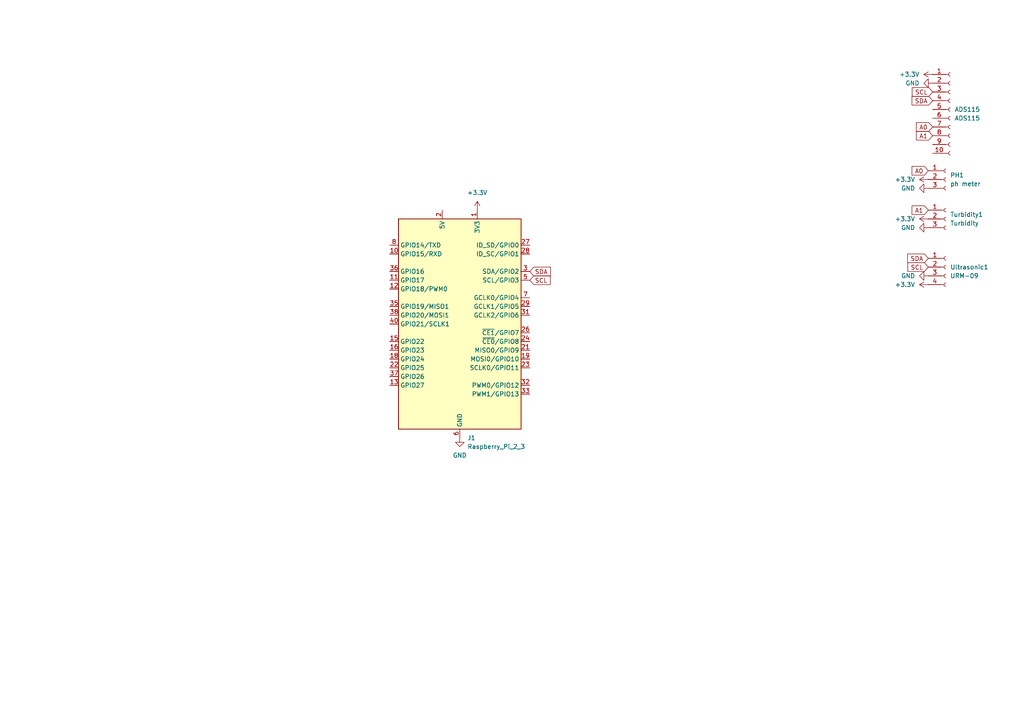
<source format=kicad_sch>
(kicad_sch (version 20231120) (generator "eeschema") (generator_version "8.0")
  (paper "A4")
  (lib_symbols
    (symbol "Connector:Conn_01x03_Socket" (pin_names (offset 1.016) hide)
      (property "Reference" "J" (at 0 5.08 0))
      (property "Value" "Conn_01x03_Socket" (at 0 -5.08 0))
      (symbol "Conn_01x03_Socket_1_1"
        (arc (start 0 -2.032) (mid -0.5058 -2.54) (end 0 -3.048) (stroke (width 0.1524)))
        (polyline (pts (xy -1.27 -2.54) (xy -0.508 -2.54)) (stroke (width 0.1524)))
        (polyline (pts (xy -1.27 0) (xy -0.508 0)) (stroke (width 0.1524)))
        (polyline (pts (xy -1.27 2.54) (xy -0.508 2.54)) (stroke (width 0.1524)))
        (arc (start 0 0.508) (mid -0.5058 0) (end 0 -0.508) (stroke (width 0.1524)))
        (arc (start 0 3.048) (mid -0.5058 2.54) (end 0 2.032) (stroke (width 0.1524)))
        (pin passive line (at -5.08 2.54 0) (length 3.81) (name "Pin_1") (number "1"))
        (pin passive line (at -5.08 0 0) (length 3.81) (name "Pin_2") (number "2"))
        (pin passive line (at -5.08 -2.54 0) (length 3.81) (name "Pin_3") (number "3"))
      )
    )
    (symbol "Connector:Conn_01x04_Socket" (pin_names (offset 1.016) hide)
      (property "Reference" "J" (at 0 5.08 0))
      (property "Value" "Conn_01x04_Socket" (at 0 -7.62 0))
      (symbol "Conn_01x04_Socket_1_1"
        (arc (start 0 -4.572) (mid -0.5058 -5.08) (end 0 -5.588) (stroke (width 0.1524)))
        (arc (start 0 -2.032) (mid -0.5058 -2.54) (end 0 -3.048) (stroke (width 0.1524)))
        (polyline (pts (xy -1.27 -5.08) (xy -0.508 -5.08)) (stroke (width 0.1524)))
        (polyline (pts (xy -1.27 -2.54) (xy -0.508 -2.54)) (stroke (width 0.1524)))
        (polyline (pts (xy -1.27 0) (xy -0.508 0)) (stroke (width 0.1524)))
        (polyline (pts (xy -1.27 2.54) (xy -0.508 2.54)) (stroke (width 0.1524)))
        (arc (start 0 0.508) (mid -0.5058 0) (end 0 -0.508) (stroke (width 0.1524)))
        (arc (start 0 3.048) (mid -0.5058 2.54) (end 0 2.032) (stroke (width 0.1524)))
        (pin passive line (at -5.08 2.54 0) (length 3.81) (name "Pin_1") (number "1"))
        (pin passive line (at -5.08 0 0) (length 3.81) (name "Pin_2") (number "2"))
        (pin passive line (at -5.08 -2.54 0) (length 3.81) (name "Pin_3") (number "3"))
        (pin passive line (at -5.08 -5.08 0) (length 3.81) (name "Pin_4") (number "4"))
      )
    )
    (symbol "Connector:Conn_01x10_Socket" (pin_names (offset 1.016) hide)
      (property "Reference" "J" (at 0 12.7 0))
      (property "Value" "Conn_01x10_Socket" (at 0 -15.24 0))
      (symbol "Conn_01x10_Socket_1_1"
        (arc (start 0 -12.192) (mid -0.5058 -12.7) (end 0 -13.208) (stroke (width 0.1524)))
        (arc (start 0 -9.652) (mid -0.5058 -10.16) (end 0 -10.668) (stroke (width 0.1524)))
        (arc (start 0 -7.112) (mid -0.5058 -7.62) (end 0 -8.128) (stroke (width 0.1524)))
        (arc (start 0 -4.572) (mid -0.5058 -5.08) (end 0 -5.588) (stroke (width 0.1524)))
        (arc (start 0 -2.032) (mid -0.5058 -2.54) (end 0 -3.048) (stroke (width 0.1524)))
        (polyline (pts (xy -1.27 -12.7) (xy -0.508 -12.7)) (stroke (width 0.1524)))
        (polyline (pts (xy -1.27 -10.16) (xy -0.508 -10.16)) (stroke (width 0.1524)))
        (polyline (pts (xy -1.27 -7.62) (xy -0.508 -7.62)) (stroke (width 0.1524)))
        (polyline (pts (xy -1.27 -5.08) (xy -0.508 -5.08)) (stroke (width 0.1524)))
        (polyline (pts (xy -1.27 -2.54) (xy -0.508 -2.54)) (stroke (width 0.1524)))
        (polyline (pts (xy -1.27 0) (xy -0.508 0)) (stroke (width 0.1524)))
        (polyline (pts (xy -1.27 2.54) (xy -0.508 2.54)) (stroke (width 0.1524)))
        (polyline (pts (xy -1.27 5.08) (xy -0.508 5.08)) (stroke (width 0.1524)))
        (polyline (pts (xy -1.27 7.62) (xy -0.508 7.62)) (stroke (width 0.1524)))
        (polyline (pts (xy -1.27 10.16) (xy -0.508 10.16)) (stroke (width 0.1524)))
        (arc (start 0 0.508) (mid -0.5058 0) (end 0 -0.508) (stroke (width 0.1524)))
        (arc (start 0 3.048) (mid -0.5058 2.54) (end 0 2.032) (stroke (width 0.1524)))
        (arc (start 0 5.588) (mid -0.5058 5.08) (end 0 4.572) (stroke (width 0.1524)))
        (arc (start 0 8.128) (mid -0.5058 7.62) (end 0 7.112) (stroke (width 0.1524)))
        (arc (start 0 10.668) (mid -0.5058 10.16) (end 0 9.652) (stroke (width 0.1524)))
        (pin passive line (at -5.08 10.16 0) (length 3.81) (name "Pin_1") (number "1"))
        (pin passive line (at -5.08 -12.7 0) (length 3.81) (name "Pin_10") (number "10"))
        (pin passive line (at -5.08 7.62 0) (length 3.81) (name "Pin_2") (number "2"))
        (pin passive line (at -5.08 5.08 0) (length 3.81) (name "Pin_3") (number "3"))
        (pin passive line (at -5.08 2.54 0) (length 3.81) (name "Pin_4") (number "4"))
        (pin passive line (at -5.08 0 0) (length 3.81) (name "Pin_5") (number "5"))
        (pin passive line (at -5.08 -2.54 0) (length 3.81) (name "Pin_6") (number "6"))
        (pin passive line (at -5.08 -5.08 0) (length 3.81) (name "Pin_7") (number "7"))
        (pin passive line (at -5.08 -7.62 0) (length 3.81) (name "Pin_8") (number "8"))
        (pin passive line (at -5.08 -10.16 0) (length 3.81) (name "Pin_9") (number "9"))
      )
    )
    (symbol "Connector:Raspberry_Pi_2_3"
      (property "Reference" "J" (at -17.78 31.75 0))
      (property "Value" "Raspberry_Pi_2_3" (at 10.16 -31.75 0))
      (symbol "Raspberry_Pi_2_3_0_1"
        (rectangle (start -17.78 30.48) (end 17.78 -30.48) (stroke (width 0.254)) (fill (type background)))
      )
      (symbol "Raspberry_Pi_2_3_1_1"
        (pin power_in line (at 5.08 33.02 270) (length 2.54) (name "3V3") (number "1"))
        (pin bidirectional line (at -20.32 20.32 0) (length 2.54) (name "GPIO15/RXD") (number "10"))
        (pin bidirectional line (at -20.32 12.7 0) (length 2.54) (name "GPIO17") (number "11"))
        (pin bidirectional line (at -20.32 10.16 0) (length 2.54) (name "GPIO18/PWM0") (number "12"))
        (pin bidirectional line (at -20.32 -17.78 0) (length 2.54) (name "GPIO27") (number "13"))
        (pin passive line (at 0 -33.02 90) (length 2.54) hide (name "GND") (number "14"))
        (pin bidirectional line (at -20.32 -5.08 0) (length 2.54) (name "GPIO22") (number "15"))
        (pin bidirectional line (at -20.32 -7.62 0) (length 2.54) (name "GPIO23") (number "16"))
        (pin passive line (at 5.08 33.02 270) (length 2.54) hide (name "3V3") (number "17"))
        (pin bidirectional line (at -20.32 -10.16 0) (length 2.54) (name "GPIO24") (number "18"))
        (pin bidirectional line (at 20.32 -10.16 180) (length 2.54) (name "MOSI0/GPIO10") (number "19"))
        (pin power_in line (at -5.08 33.02 270) (length 2.54) (name "5V") (number "2"))
        (pin passive line (at 0 -33.02 90) (length 2.54) hide (name "GND") (number "20"))
        (pin bidirectional line (at 20.32 -7.62 180) (length 2.54) (name "MISO0/GPIO9") (number "21"))
        (pin bidirectional line (at -20.32 -12.7 0) (length 2.54) (name "GPIO25") (number "22"))
        (pin bidirectional line (at 20.32 -12.7 180) (length 2.54) (name "SCLK0/GPIO11") (number "23"))
        (pin bidirectional line (at 20.32 -5.08 180) (length 2.54) (name "~{CE0}/GPIO8") (number "24"))
        (pin passive line (at 0 -33.02 90) (length 2.54) hide (name "GND") (number "25"))
        (pin bidirectional line (at 20.32 -2.54 180) (length 2.54) (name "~{CE1}/GPIO7") (number "26"))
        (pin bidirectional line (at 20.32 22.86 180) (length 2.54) (name "ID_SD/GPIO0") (number "27"))
        (pin bidirectional line (at 20.32 20.32 180) (length 2.54) (name "ID_SC/GPIO1") (number "28"))
        (pin bidirectional line (at 20.32 5.08 180) (length 2.54) (name "GCLK1/GPIO5") (number "29"))
        (pin bidirectional line (at 20.32 15.24 180) (length 2.54) (name "SDA/GPIO2") (number "3"))
        (pin passive line (at 0 -33.02 90) (length 2.54) hide (name "GND") (number "30"))
        (pin bidirectional line (at 20.32 2.54 180) (length 2.54) (name "GCLK2/GPIO6") (number "31"))
        (pin bidirectional line (at 20.32 -17.78 180) (length 2.54) (name "PWM0/GPIO12") (number "32"))
        (pin bidirectional line (at 20.32 -20.32 180) (length 2.54) (name "PWM1/GPIO13") (number "33"))
        (pin passive line (at 0 -33.02 90) (length 2.54) hide (name "GND") (number "34"))
        (pin bidirectional line (at -20.32 5.08 0) (length 2.54) (name "GPIO19/MISO1") (number "35"))
        (pin bidirectional line (at -20.32 15.24 0) (length 2.54) (name "GPIO16") (number "36"))
        (pin bidirectional line (at -20.32 -15.24 0) (length 2.54) (name "GPIO26") (number "37"))
        (pin bidirectional line (at -20.32 2.54 0) (length 2.54) (name "GPIO20/MOSI1") (number "38"))
        (pin passive line (at 0 -33.02 90) (length 2.54) hide (name "GND") (number "39"))
        (pin passive line (at -5.08 33.02 270) (length 2.54) hide (name "5V") (number "4"))
        (pin bidirectional line (at -20.32 0 0) (length 2.54) (name "GPIO21/SCLK1") (number "40"))
        (pin bidirectional line (at 20.32 12.7 180) (length 2.54) (name "SCL/GPIO3") (number "5"))
        (pin power_in line (at 0 -33.02 90) (length 2.54) (name "GND") (number "6"))
        (pin bidirectional line (at 20.32 7.62 180) (length 2.54) (name "GCLK0/GPIO4") (number "7"))
        (pin bidirectional line (at -20.32 22.86 0) (length 2.54) (name "GPIO14/TXD") (number "8"))
        (pin passive line (at 0 -33.02 90) (length 2.54) hide (name "GND") (number "9"))
      )
    )
    (symbol "power:+3.3V" (power) (pin_numbers hide) (pin_names (offset 0) hide)
      (property "Value" "+3.3V" (at 0 3.556 0))
      (symbol "+3.3V_0_1"
        (polyline (pts (xy -0.762 1.27) (xy 0 2.54)))
        (polyline (pts (xy 0 0) (xy 0 2.54)))
        (polyline (pts (xy 0 2.54) (xy 0.762 1.27)))
      )
      (symbol "+3.3V_1_1"
        (pin power_in line (at 0 0 90) (length 0) (name "~") (number "1"))
      )
    )
    (symbol "power:GND" (power) (pin_numbers hide) (pin_names (offset 0) hide)
      (property "Value" "GND" (at 0 -3.81 0))
      (symbol "GND_0_1"
        (polyline (pts (xy 0 0) (xy 0 -1.27) (xy 1.27 -1.27) (xy 0 -2.54) (xy -1.27 -1.27) (xy 0 -1.27)))
      )
      (symbol "GND_1_1"
        (pin power_in line (at 0 0 270) (length 0) (name "~") (number "1"))
      )
    )
  )
  (global_label "SCL" (shape input) (at 153.67 81.28 0) (property "Intersheetrefs" "${INTERSHEET_REFS}" (effects (hide yes))))
  (global_label "A1" (shape input) (at 269.24 60.96 180) (property "Intersheetrefs" "${INTERSHEET_REFS}" (effects (hide yes))))
  (global_label "SCL" (shape input) (at 270.51 26.67 180) (property "Intersheetrefs" "${INTERSHEET_REFS}" (effects (hide yes))))
  (global_label "SDA" (shape input) (at 270.51 29.21 180) (property "Intersheetrefs" "${INTERSHEET_REFS}" (effects (hide yes))))
  (global_label "SDA" (shape input) (at 269.24 74.93 180) (property "Intersheetrefs" "${INTERSHEET_REFS}" (effects (hide yes))))
  (global_label "SCL" (shape input) (at 269.24 77.47 180) (property "Intersheetrefs" "${INTERSHEET_REFS}" (effects (hide yes))))
  (global_label "A0" (shape input) (at 270.51 36.83 180) (property "Intersheetrefs" "${INTERSHEET_REFS}" (effects (hide yes))))
  (global_label "SDA" (shape input) (at 153.67 78.74 0) (property "Intersheetrefs" "${INTERSHEET_REFS}" (effects (hide yes))))
  (global_label "A1" (shape input) (at 270.51 39.37 180) (property "Intersheetrefs" "${INTERSHEET_REFS}" (effects (hide yes))))
  (global_label "A0" (shape input) (at 269.24 49.53 180) (property "Intersheetrefs" "${INTERSHEET_REFS}" (effects (hide yes))))
  (symbol (lib_id "power:+3.3V") (at 138.43 60.96 0) (unit 1)
    (property "Reference" "#PWR02" (effects (hide yes)))
    (property "Value" "+3.3V" (at 138.43 55.88 0))
    (property "Description" "Power symbol creates a global label with name \"+3.3V\"" (effects (hide yes)))
  )
  (symbol (lib_id "power:GND") (at 269.24 80.01 270) (unit 1)
    (property "Reference" "#PWR010" (effects (hide yes)))
    (property "Value" "GND" (at 265.43 80.0099 90) (effects (justify right)))
    (property "Description" "Power symbol creates a global label with name \"GND\" , ground" (effects (hide yes)))
  )
  (symbol (lib_id "power:GND") (at 270.51 24.13 270) (unit 1)
    (property "Reference" "#PWR03" (effects (hide yes)))
    (property "Value" "GND" (at 266.7 24.1299 90) (effects (justify right)))
    (property "Description" "Power symbol creates a global label with name \"GND\" , ground" (effects (hide yes)))
  )
  (symbol (lib_id "Connector:Raspberry_Pi_2_3") (at 133.35 93.98 0) (unit 1)
    (property "Reference" "J1" (at 135.5441 127 0) (effects (justify left)))
    (property "Value" "Raspberry_Pi_2_3" (at 135.5441 129.54 0) (effects (justify left)))
    (property "Footprint" "Connector_PinHeader_2.54mm:PinHeader_2x20_P2.54mm_Vertical" (effects (hide yes)))
    (property "Datasheet" "https://www.raspberrypi.org/documentation/hardware/raspberrypi/schematics/rpi_SCH_3bplus_1p0_reduced.pdf" (effects (hide yes)))
    (property "Description" "expansion header for Raspberry Pi 2 & 3" (effects (hide yes)))
  )
  (symbol (lib_id "power:GND") (at 133.35 127 0) (unit 1)
    (property "Reference" "#PWR04" (effects (hide yes)))
    (property "Value" "GND" (at 133.35 132.08 0))
    (property "Description" "Power symbol creates a global label with name \"GND\" , ground" (effects (hide yes)))
  )
  (symbol (lib_id "Connector:Conn_01x03_Socket") (at 274.32 63.5 0) (unit 1)
    (property "Reference" "Turbidity1" (at 275.59 62.2299 0) (effects (justify left)))
    (property "Value" "Turbidity" (at 275.59 64.7699 0) (effects (justify left)))
    (property "Footprint" "Connector_JST:JST_EH_B3B-EH-A_1x03_P2.50mm_Vertical" (effects (hide yes)))
    (property "Description" "Generic connector, single row, 01x03, script generated" (effects (hide yes)))
  )
  (symbol (lib_id "power:GND") (at 269.24 54.61 270) (unit 1)
    (property "Reference" "#PWR05" (effects (hide yes)))
    (property "Value" "GND" (at 265.43 54.6099 90) (effects (justify right)))
    (property "Description" "Power symbol creates a global label with name \"GND\" , ground" (effects (hide yes)))
  )
  (symbol (lib_id "power:+3.3V") (at 269.24 63.5 90) (unit 1)
    (property "Reference" "#PWR07" (effects (hide yes)))
    (property "Value" "+3.3V" (at 265.43 63.4999 90) (effects (justify left)))
    (property "Description" "Power symbol creates a global label with name \"+3.3V\"" (effects (hide yes)))
  )
  (symbol (lib_id "power:+3.3V") (at 269.24 52.07 90) (unit 1)
    (property "Reference" "#PWR06" (effects (hide yes)))
    (property "Value" "+3.3V" (at 265.43 52.0699 90) (effects (justify left)))
    (property "Description" "Power symbol creates a global label with name \"+3.3V\"" (effects (hide yes)))
  )
  (symbol (lib_id "power:+3.3V") (at 270.51 21.59 90) (unit 1)
    (property "Reference" "#PWR01" (effects (hide yes)))
    (property "Value" "+3.3V" (at 266.7 21.5899 90) (effects (justify left)))
    (property "Description" "Power symbol creates a global label with name \"+3.3V\"" (effects (hide yes)))
  )
  (symbol (lib_id "power:+3.3V") (at 269.24 82.55 90) (unit 1)
    (property "Reference" "#PWR09" (effects (hide yes)))
    (property "Value" "+3.3V" (at 265.43 82.5499 90) (effects (justify left)))
    (property "Description" "Power symbol creates a global label with name \"+3.3V\"" (effects (hide yes)))
  )
  (symbol (lib_id "power:GND") (at 269.24 66.04 270) (unit 1)
    (property "Reference" "#PWR08" (effects (hide yes)))
    (property "Value" "GND" (at 265.43 66.0399 90) (effects (justify right)))
    (property "Description" "Power symbol creates a global label with name \"GND\" , ground" (effects (hide yes)))
  )
  (symbol (lib_id "Connector:Conn_01x10_Socket") (at 275.59 31.75 0) (unit 1)
    (property "Reference" "ADS115" (at 276.86 31.7499 0) (effects (justify left)))
    (property "Value" "ADS115" (at 276.86 34.2899 0) (effects (justify left)))
    (property "Footprint" "Connector_Hirose:Hirose_DF13-10P-1.25DSA_1x10_P1.25mm_Vertical" (effects (hide yes)))
    (property "Description" "Generic connector, single row, 01x10, script generated" (effects (hide yes)))
  )
  (symbol (lib_id "Connector:Conn_01x04_Socket") (at 274.32 77.47 0) (unit 1)
    (property "Reference" "Ultrasonic1" (at 275.59 77.4699 0) (effects (justify left)))
    (property "Value" "URM-09" (at 275.59 80.0099 0) (effects (justify left)))
    (property "Footprint" "Connector_JST:JST_EH_B4B-EH-A_1x04_P2.50mm_Vertical" (effects (hide yes)))
    (property "Description" "Generic connector, single row, 01x04, script generated" (effects (hide yes)))
  )
  (symbol (lib_id "Connector:Conn_01x03_Socket") (at 274.32 52.07 0) (unit 1)
    (property "Reference" "PH1" (at 275.59 50.7999 0) (effects (justify left)))
    (property "Value" "ph meter" (at 275.59 53.3399 0) (effects (justify left)))
    (property "Footprint" "Connector_JST:JST_EH_B3B-EH-A_1x03_P2.50mm_Vertical" (effects (hide yes)))
    (property "Description" "Generic connector, single row, 01x03, script generated" (effects (hide yes)))
  )
)
</source>
